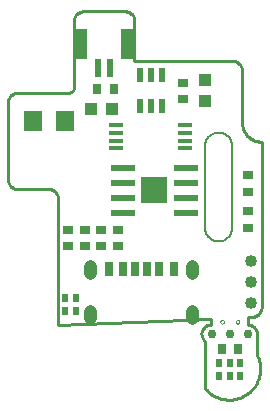
<source format=gtp>
G75*
G70*
%OFA0B0*%
%FSLAX24Y24*%
%IPPOS*%
%LPD*%
%AMOC8*
5,1,8,0,0,1.08239X$1,22.5*
%
%ADD10C,0.0050*%
%ADD11C,0.0100*%
%ADD12C,0.0000*%
%ADD13R,0.0630X0.0709*%
%ADD14R,0.0433X0.0394*%
%ADD15R,0.0394X0.0433*%
%ADD16R,0.0354X0.0250*%
%ADD17R,0.0250X0.0354*%
%ADD18R,0.0810X0.0240*%
%ADD19R,0.0900X0.0900*%
%ADD20R,0.0217X0.0472*%
%ADD21R,0.0472X0.0138*%
%ADD22R,0.0315X0.0472*%
%ADD23R,0.0299X0.0472*%
%ADD24C,0.0004*%
%ADD25C,0.0433*%
%ADD26C,0.0400*%
%ADD27C,0.0300*%
%ADD28R,0.0236X0.0610*%
%ADD29R,0.0480X0.1000*%
%ADD30R,0.0197X0.0276*%
D10*
X007158Y005886D02*
X007158Y008596D01*
X007160Y008637D01*
X007165Y008677D01*
X007174Y008717D01*
X007187Y008756D01*
X007203Y008793D01*
X007222Y008829D01*
X007245Y008863D01*
X007270Y008895D01*
X007299Y008925D01*
X007329Y008952D01*
X007362Y008976D01*
X007397Y008997D01*
X007434Y009014D01*
X007472Y009029D01*
X007512Y009040D01*
X007552Y009047D01*
X007593Y009051D01*
X007633Y009051D01*
X007674Y009047D01*
X007714Y009040D01*
X007754Y009029D01*
X007792Y009014D01*
X007829Y008997D01*
X007864Y008976D01*
X007897Y008952D01*
X007927Y008925D01*
X007956Y008895D01*
X007981Y008863D01*
X008004Y008829D01*
X008023Y008793D01*
X008039Y008756D01*
X008052Y008717D01*
X008061Y008677D01*
X008066Y008637D01*
X008068Y008596D01*
X008068Y005886D01*
X008066Y005845D01*
X008061Y005805D01*
X008052Y005765D01*
X008039Y005726D01*
X008023Y005689D01*
X008004Y005653D01*
X007981Y005619D01*
X007956Y005587D01*
X007927Y005557D01*
X007897Y005530D01*
X007864Y005506D01*
X007829Y005485D01*
X007792Y005468D01*
X007754Y005453D01*
X007714Y005442D01*
X007674Y005435D01*
X007633Y005431D01*
X007593Y005431D01*
X007552Y005435D01*
X007512Y005442D01*
X007472Y005453D01*
X007434Y005468D01*
X007397Y005485D01*
X007362Y005506D01*
X007329Y005530D01*
X007299Y005557D01*
X007270Y005587D01*
X007245Y005619D01*
X007222Y005653D01*
X007203Y005689D01*
X007187Y005726D01*
X007174Y005765D01*
X007165Y005805D01*
X007160Y005845D01*
X007158Y005886D01*
D11*
X007364Y002832D02*
X002254Y002646D01*
X002254Y006898D01*
X002248Y006931D01*
X002239Y006963D01*
X002226Y006994D01*
X002210Y007023D01*
X002192Y007050D01*
X002170Y007076D01*
X002146Y007099D01*
X002120Y007119D01*
X002092Y007137D01*
X002062Y007151D01*
X002031Y007162D01*
X001999Y007170D01*
X001966Y007175D01*
X001933Y007176D01*
X001900Y007174D01*
X001899Y007174D02*
X000904Y007174D01*
X000871Y007176D01*
X000839Y007181D01*
X000807Y007189D01*
X000776Y007201D01*
X000747Y007216D01*
X000719Y007234D01*
X000693Y007255D01*
X000670Y007278D01*
X000649Y007304D01*
X000631Y007331D01*
X000616Y007361D01*
X000604Y007392D01*
X000596Y007424D01*
X000591Y007456D01*
X000589Y007489D01*
X000589Y010062D01*
X000591Y010095D01*
X000596Y010127D01*
X000604Y010159D01*
X000616Y010190D01*
X000631Y010219D01*
X000649Y010247D01*
X000670Y010273D01*
X000693Y010296D01*
X000719Y010317D01*
X000747Y010335D01*
X000776Y010350D01*
X000807Y010362D01*
X000839Y010370D01*
X000871Y010375D01*
X000904Y010377D01*
X002595Y010377D01*
X002595Y010376D02*
X002621Y010378D01*
X002646Y010383D01*
X002670Y010391D01*
X002693Y010402D01*
X002715Y010417D01*
X002734Y010434D01*
X002751Y010453D01*
X002766Y010474D01*
X002777Y010498D01*
X002785Y010522D01*
X002790Y010547D01*
X002792Y010573D01*
X002792Y012782D01*
X002794Y012815D01*
X002799Y012847D01*
X002807Y012879D01*
X002819Y012910D01*
X002834Y012939D01*
X002852Y012967D01*
X002873Y012993D01*
X002896Y013016D01*
X002922Y013037D01*
X002950Y013055D01*
X002979Y013070D01*
X003010Y013082D01*
X003042Y013090D01*
X003074Y013095D01*
X003107Y013097D01*
X004489Y013097D01*
X004522Y013095D01*
X004554Y013090D01*
X004586Y013082D01*
X004617Y013070D01*
X004646Y013055D01*
X004674Y013037D01*
X004700Y013016D01*
X004723Y012993D01*
X004744Y012967D01*
X004762Y012939D01*
X004777Y012910D01*
X004789Y012879D01*
X004797Y012847D01*
X004802Y012815D01*
X004804Y012782D01*
X004804Y011456D01*
X008073Y011456D01*
X008073Y011455D02*
X008108Y011452D01*
X008142Y011444D01*
X008175Y011433D01*
X008207Y011419D01*
X008237Y011401D01*
X008265Y011380D01*
X008291Y011356D01*
X008315Y011330D01*
X008335Y011302D01*
X008352Y011271D01*
X008367Y011239D01*
X008377Y011206D01*
X008384Y011171D01*
X008388Y011136D01*
X008387Y011101D01*
X008388Y011101D02*
X008388Y009382D01*
X008387Y009381D02*
X008391Y009333D01*
X008397Y009285D01*
X008408Y009237D01*
X008422Y009191D01*
X008439Y009145D01*
X008460Y009101D01*
X008484Y009059D01*
X008511Y009019D01*
X008541Y008981D01*
X008574Y008945D01*
X008610Y008911D01*
X008647Y008881D01*
X008687Y008853D01*
X008729Y008828D01*
X008773Y008807D01*
X008818Y008789D01*
X008864Y008774D01*
X008912Y008763D01*
X008960Y008756D01*
X009008Y008752D01*
X009057Y008751D01*
X009057Y008752D02*
X009057Y003294D01*
X009055Y003255D01*
X009049Y003217D01*
X009040Y003180D01*
X009027Y003143D01*
X009010Y003108D01*
X008991Y003075D01*
X008968Y003044D01*
X008942Y003015D01*
X008913Y002989D01*
X008882Y002966D01*
X008849Y002947D01*
X008814Y002930D01*
X008777Y002917D01*
X008740Y002908D01*
X008702Y002902D01*
X008663Y002900D01*
X008663Y002901D02*
X008585Y002901D01*
X008585Y002646D01*
X008618Y002644D01*
X008650Y002639D01*
X008682Y002631D01*
X008713Y002619D01*
X008742Y002604D01*
X008770Y002586D01*
X008796Y002565D01*
X008819Y002542D01*
X008840Y002516D01*
X008858Y002488D01*
X008873Y002459D01*
X008885Y002428D01*
X008893Y002396D01*
X008898Y002364D01*
X008900Y002331D01*
X008900Y001623D01*
X008925Y001565D01*
X008947Y001505D01*
X008964Y001444D01*
X008978Y001382D01*
X008988Y001320D01*
X008995Y001257D01*
X008997Y001193D01*
X008995Y001130D01*
X008990Y001066D01*
X008981Y001004D01*
X008968Y000942D01*
X008951Y000880D01*
X008930Y000820D01*
X008906Y000762D01*
X008878Y000705D01*
X008847Y000649D01*
X008813Y000596D01*
X008775Y000545D01*
X008734Y000496D01*
X008690Y000450D01*
X008644Y000407D01*
X008595Y000367D01*
X008544Y000329D01*
X008490Y000295D01*
X008435Y000265D01*
X008377Y000237D01*
X008318Y000214D01*
X008258Y000194D01*
X008197Y000177D01*
X008135Y000165D01*
X008072Y000156D01*
X008009Y000151D01*
X007945Y000150D01*
X007882Y000153D01*
X007819Y000160D01*
X007756Y000170D01*
X007694Y000185D01*
X007633Y000203D01*
X007574Y000225D01*
X007516Y000251D01*
X007459Y000280D01*
X007405Y000312D01*
X007352Y000348D01*
X007302Y000387D01*
X007254Y000428D01*
X007209Y000473D01*
X007167Y000520D01*
X007167Y002095D01*
X007168Y002096D02*
X007141Y002117D01*
X007116Y002141D01*
X007095Y002168D01*
X007076Y002197D01*
X007061Y002228D01*
X007050Y002260D01*
X007042Y002293D01*
X007038Y002328D01*
X007039Y002362D01*
X007043Y002396D01*
X007050Y002430D01*
X007062Y002462D01*
X007077Y002493D01*
X007096Y002522D01*
X007117Y002548D01*
X007142Y002572D01*
X007169Y002593D01*
X007198Y002611D01*
X007229Y002626D01*
X007262Y002637D01*
X007296Y002644D01*
X007330Y002647D01*
X007364Y002646D01*
X007364Y002832D01*
D12*
X007670Y002746D02*
X007672Y002761D01*
X007677Y002775D01*
X007686Y002787D01*
X007698Y002797D01*
X007711Y002803D01*
X007726Y002806D01*
X007741Y002805D01*
X007756Y002800D01*
X007768Y002792D01*
X007779Y002781D01*
X007786Y002768D01*
X007790Y002754D01*
X007790Y002738D01*
X007786Y002724D01*
X007779Y002711D01*
X007768Y002700D01*
X007756Y002692D01*
X007741Y002687D01*
X007726Y002686D01*
X007711Y002689D01*
X007698Y002695D01*
X007686Y002705D01*
X007677Y002717D01*
X007672Y002731D01*
X007670Y002746D01*
X008180Y002746D02*
X008182Y002761D01*
X008187Y002775D01*
X008196Y002787D01*
X008208Y002797D01*
X008221Y002803D01*
X008236Y002806D01*
X008251Y002805D01*
X008266Y002800D01*
X008278Y002792D01*
X008289Y002781D01*
X008296Y002768D01*
X008300Y002754D01*
X008300Y002738D01*
X008296Y002724D01*
X008289Y002711D01*
X008278Y002700D01*
X008266Y002692D01*
X008251Y002687D01*
X008236Y002686D01*
X008221Y002689D01*
X008208Y002695D01*
X008196Y002705D01*
X008187Y002717D01*
X008182Y002731D01*
X008180Y002746D01*
D13*
X002496Y009426D03*
X001414Y009426D03*
D14*
X007150Y010092D03*
X007150Y010801D03*
D15*
X004056Y009846D03*
X003347Y009846D03*
D16*
X003150Y005820D03*
X003150Y005273D03*
X003700Y005273D03*
X003700Y005820D03*
X004250Y005820D03*
X004250Y005273D03*
X002600Y005273D03*
X002600Y005820D03*
X006433Y010173D03*
X006433Y010720D03*
X008600Y007637D03*
X008600Y007090D03*
X008600Y006437D03*
X008600Y005890D03*
D17*
X008261Y001846D03*
X007714Y001846D03*
X004117Y010496D03*
X003570Y010496D03*
D18*
X004410Y007880D03*
X004410Y007380D03*
X004410Y006880D03*
X004410Y006380D03*
X006530Y006380D03*
X006530Y006880D03*
X006530Y007380D03*
X006530Y007880D03*
D19*
X005470Y007130D03*
D20*
X005350Y009934D03*
X004976Y009934D03*
X004976Y010958D03*
X005350Y010958D03*
X005724Y010958D03*
X005724Y009934D03*
D21*
X006502Y009301D03*
X006502Y009045D03*
X006502Y008789D03*
X006502Y008533D03*
X004198Y008533D03*
X004198Y008789D03*
X004198Y009045D03*
X004198Y009301D03*
D22*
X004438Y004504D03*
X003954Y004504D03*
X005635Y004504D03*
X006119Y004504D03*
D23*
X005233Y004504D03*
X004840Y004504D03*
D24*
X003454Y004600D02*
X003454Y004356D01*
X003452Y004336D01*
X003447Y004316D01*
X003438Y004297D01*
X003426Y004280D01*
X003412Y004266D01*
X003395Y004254D01*
X003376Y004245D01*
X003356Y004240D01*
X003336Y004238D01*
X003316Y004240D01*
X003296Y004245D01*
X003277Y004254D01*
X003260Y004266D01*
X003246Y004280D01*
X003234Y004297D01*
X003225Y004316D01*
X003220Y004336D01*
X003218Y004356D01*
X003218Y004600D01*
X003220Y004620D01*
X003225Y004640D01*
X003234Y004659D01*
X003246Y004676D01*
X003260Y004690D01*
X003277Y004702D01*
X003296Y004711D01*
X003316Y004716D01*
X003336Y004718D01*
X003356Y004716D01*
X003376Y004711D01*
X003395Y004702D01*
X003412Y004690D01*
X003426Y004676D01*
X003438Y004659D01*
X003447Y004640D01*
X003452Y004620D01*
X003454Y004600D01*
X003454Y003104D02*
X003454Y002860D01*
X003452Y002840D01*
X003447Y002820D01*
X003438Y002801D01*
X003426Y002784D01*
X003412Y002770D01*
X003395Y002758D01*
X003376Y002749D01*
X003356Y002744D01*
X003336Y002742D01*
X003316Y002744D01*
X003296Y002749D01*
X003277Y002758D01*
X003260Y002770D01*
X003246Y002784D01*
X003234Y002801D01*
X003225Y002820D01*
X003220Y002840D01*
X003218Y002860D01*
X003218Y003104D01*
X003220Y003124D01*
X003225Y003144D01*
X003234Y003163D01*
X003246Y003180D01*
X003260Y003194D01*
X003277Y003206D01*
X003296Y003215D01*
X003316Y003220D01*
X003336Y003222D01*
X003356Y003220D01*
X003376Y003215D01*
X003395Y003206D01*
X003412Y003194D01*
X003426Y003180D01*
X003438Y003163D01*
X003447Y003144D01*
X003452Y003124D01*
X003454Y003104D01*
X006619Y003104D02*
X006619Y002860D01*
X006621Y002840D01*
X006626Y002820D01*
X006635Y002801D01*
X006647Y002784D01*
X006661Y002770D01*
X006678Y002758D01*
X006697Y002749D01*
X006717Y002744D01*
X006737Y002742D01*
X006757Y002744D01*
X006777Y002749D01*
X006796Y002758D01*
X006813Y002770D01*
X006827Y002784D01*
X006839Y002801D01*
X006848Y002820D01*
X006853Y002840D01*
X006855Y002860D01*
X006855Y003104D01*
X006853Y003124D01*
X006848Y003144D01*
X006839Y003163D01*
X006827Y003180D01*
X006813Y003194D01*
X006796Y003206D01*
X006777Y003215D01*
X006757Y003220D01*
X006737Y003222D01*
X006717Y003220D01*
X006697Y003215D01*
X006678Y003206D01*
X006661Y003194D01*
X006647Y003180D01*
X006635Y003163D01*
X006626Y003144D01*
X006621Y003124D01*
X006619Y003104D01*
X006619Y004356D02*
X006619Y004600D01*
X006621Y004620D01*
X006626Y004640D01*
X006635Y004659D01*
X006647Y004676D01*
X006661Y004690D01*
X006678Y004702D01*
X006697Y004711D01*
X006717Y004716D01*
X006737Y004718D01*
X006757Y004716D01*
X006777Y004711D01*
X006796Y004702D01*
X006813Y004690D01*
X006827Y004676D01*
X006839Y004659D01*
X006848Y004640D01*
X006853Y004620D01*
X006855Y004600D01*
X006855Y004356D01*
X006853Y004336D01*
X006848Y004316D01*
X006839Y004297D01*
X006827Y004280D01*
X006813Y004266D01*
X006796Y004254D01*
X006777Y004245D01*
X006757Y004240D01*
X006737Y004238D01*
X006717Y004240D01*
X006697Y004245D01*
X006678Y004254D01*
X006661Y004266D01*
X006647Y004280D01*
X006635Y004297D01*
X006626Y004316D01*
X006621Y004336D01*
X006619Y004356D01*
D25*
X006737Y004594D02*
X006737Y004594D01*
X006737Y004358D01*
X006737Y004358D01*
X006737Y004594D01*
X006737Y003098D02*
X006737Y003098D01*
X006737Y002862D01*
X006737Y002862D01*
X006737Y003098D01*
X003336Y003098D02*
X003336Y003098D01*
X003336Y002862D01*
X003336Y002862D01*
X003336Y003098D01*
X003336Y004594D02*
X003336Y004594D01*
X003336Y004358D01*
X003336Y004358D01*
X003336Y004594D01*
D26*
X008700Y004784D03*
X008700Y004084D03*
X008700Y003384D03*
D27*
X008587Y002346D03*
X007987Y002346D03*
X007387Y002346D03*
D28*
X003990Y011202D03*
X003597Y011202D03*
D29*
X002985Y011996D03*
X004602Y011996D03*
D30*
X002850Y003525D03*
X002500Y003525D03*
X002500Y003092D03*
X002850Y003092D03*
X007637Y001363D03*
X007987Y001363D03*
X008337Y001363D03*
X008337Y000930D03*
X007987Y000930D03*
X007637Y000930D03*
M02*

</source>
